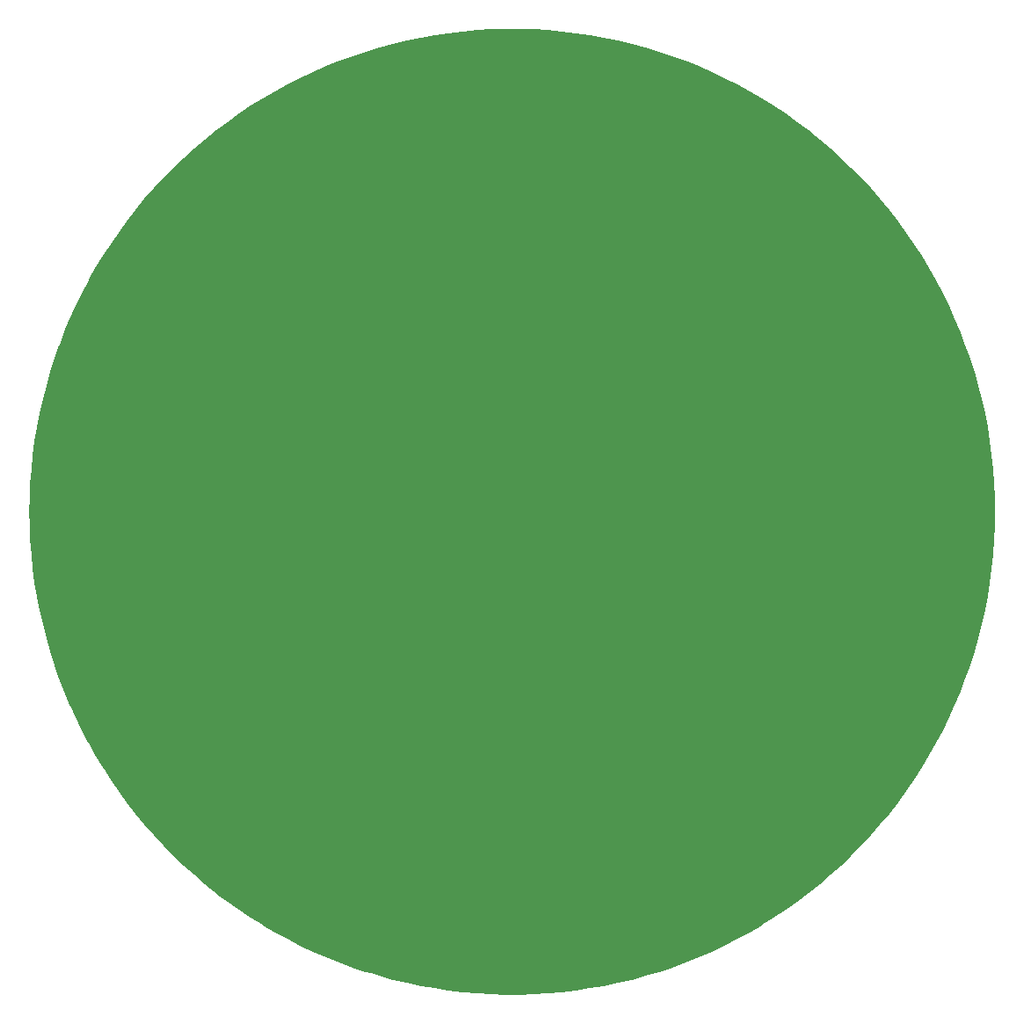
<source format=gbl>
%TF.GenerationSoftware,KiCad,Pcbnew,8.0.7-8.0.7-0~ubuntu22.04.1*%
%TF.CreationDate,2025-04-11T11:52:52+01:00*%
%TF.ProjectId,ratrace_coupler,72617472-6163-4655-9f63-6f75706c6572,rev?*%
%TF.SameCoordinates,Original*%
%TF.FileFunction,Copper,L2,Bot*%
%TF.FilePolarity,Positive*%
%FSLAX46Y46*%
G04 Gerber Fmt 4.6, Leading zero omitted, Abs format (unit mm)*
G04 Created by KiCad (PCBNEW 8.0.7-8.0.7-0~ubuntu22.04.1) date 2025-04-11 11:52:52*
%MOMM*%
%LPD*%
G01*
G04 APERTURE LIST*
G04 Aperture macros list*
%AMRotRect*
0 Rectangle, with rotation*
0 The origin of the aperture is its center*
0 $1 length*
0 $2 width*
0 $3 Rotation angle, in degrees counterclockwise*
0 Add horizontal line*
21,1,$1,$2,0,0,$3*%
G04 Aperture macros list end*
%TA.AperFunction,SMDPad,CuDef*%
%ADD10RotRect,5.080000X2.420000X300.000000*%
%TD*%
%TA.AperFunction,SMDPad,CuDef*%
%ADD11RotRect,0.950000X0.460000X300.000000*%
%TD*%
%TA.AperFunction,ComponentPad*%
%ADD12C,0.970000*%
%TD*%
%TA.AperFunction,SMDPad,CuDef*%
%ADD13RotRect,5.080000X2.420000X240.000000*%
%TD*%
%TA.AperFunction,SMDPad,CuDef*%
%ADD14RotRect,0.950000X0.460000X240.000000*%
%TD*%
%TA.AperFunction,SMDPad,CuDef*%
%ADD15R,5.080000X2.420000*%
%TD*%
%TA.AperFunction,SMDPad,CuDef*%
%ADD16R,0.950000X0.460000*%
%TD*%
G04 APERTURE END LIST*
D10*
X105128191Y-64034723D03*
X97541809Y-68414723D03*
D11*
X106623191Y-66624139D03*
X99036809Y-71004139D03*
D12*
X106848191Y-67013851D03*
X99261809Y-71393851D03*
D13*
X148458192Y-68814723D03*
X140871811Y-64434724D03*
D14*
X146963191Y-71404139D03*
X139376810Y-67024141D03*
D12*
X146738191Y-71793850D03*
X139151810Y-67413851D03*
D15*
X166330000Y-108280000D03*
X166330000Y-99520000D03*
D16*
X163340000Y-108280000D03*
X163340000Y-99520000D03*
D12*
X162890000Y-108280000D03*
X162890000Y-99520000D03*
D15*
X79780000Y-99420000D03*
X79780000Y-108180000D03*
D16*
X82770000Y-99420000D03*
X82770000Y-108180000D03*
D12*
X83220000Y-99420000D03*
X83220000Y-108180000D03*
%TA.AperFunction,Conductor*%
G36*
X123684597Y-57492693D02*
G01*
X125046010Y-57532677D01*
X125049615Y-57532837D01*
X126409212Y-57612766D01*
X126412827Y-57613032D01*
X127769524Y-57732842D01*
X127773070Y-57733208D01*
X129125703Y-57892798D01*
X129129300Y-57893277D01*
X130476594Y-58092498D01*
X130480145Y-58093076D01*
X131372050Y-58251844D01*
X131821065Y-58331773D01*
X131824639Y-58332464D01*
X132211802Y-58413175D01*
X133157921Y-58610411D01*
X133161420Y-58611194D01*
X134486030Y-58928175D01*
X134489493Y-58929057D01*
X135804250Y-59284796D01*
X135807632Y-59285764D01*
X137111396Y-59679951D01*
X137114844Y-59681050D01*
X138406363Y-60113303D01*
X138409799Y-60114509D01*
X139688115Y-60584507D01*
X139691429Y-60585781D01*
X140955459Y-61093126D01*
X140958739Y-61094499D01*
X142207289Y-61638718D01*
X142210528Y-61640186D01*
X143442606Y-62220841D01*
X143445846Y-62222427D01*
X144660270Y-62838963D01*
X144663439Y-62840631D01*
X145859263Y-63492565D01*
X145862427Y-63494351D01*
X147038551Y-64181082D01*
X147041667Y-64182963D01*
X148197155Y-64903944D01*
X148200215Y-64905917D01*
X149333990Y-65660476D01*
X149336991Y-65662537D01*
X150448153Y-66450072D01*
X150451092Y-66452220D01*
X151538694Y-67272065D01*
X151541510Y-67274253D01*
X152253596Y-67844570D01*
X152604581Y-68125678D01*
X152607389Y-68127996D01*
X153644950Y-69010213D01*
X153647688Y-69012611D01*
X154658920Y-69924923D01*
X154661587Y-69927401D01*
X155645615Y-70869017D01*
X155648208Y-70871573D01*
X156604134Y-71841636D01*
X156606651Y-71844266D01*
X157533705Y-72841993D01*
X157536144Y-72844696D01*
X158433528Y-73869230D01*
X158435886Y-73872004D01*
X159302768Y-74922394D01*
X159305044Y-74925235D01*
X160140736Y-76000645D01*
X160142928Y-76003552D01*
X160946712Y-77103063D01*
X160948817Y-77106034D01*
X161719939Y-78228611D01*
X161721956Y-78231641D01*
X162459821Y-79376419D01*
X162461748Y-79379508D01*
X163165665Y-80545416D01*
X163167501Y-80548560D01*
X163836906Y-81734663D01*
X163838648Y-81737859D01*
X164472939Y-82943088D01*
X164474587Y-82946335D01*
X165073213Y-84169648D01*
X165074765Y-84172941D01*
X165637224Y-85413304D01*
X165638679Y-85416641D01*
X166164495Y-86673013D01*
X166165851Y-86676392D01*
X166654540Y-87947611D01*
X166655797Y-87951028D01*
X167106978Y-89236103D01*
X167108133Y-89239555D01*
X167521377Y-90537271D01*
X167522431Y-90540756D01*
X167897418Y-91850099D01*
X167898368Y-91853613D01*
X168234733Y-93173318D01*
X168235581Y-93176859D01*
X168533075Y-94505936D01*
X168533818Y-94509500D01*
X168792162Y-95846718D01*
X168792800Y-95850302D01*
X169011780Y-97194545D01*
X169012312Y-97198146D01*
X169191730Y-98548191D01*
X169192157Y-98551807D01*
X169331870Y-99906587D01*
X169332190Y-99910213D01*
X169432067Y-101268473D01*
X169432281Y-101272108D01*
X169492243Y-102632738D01*
X169492350Y-102636377D01*
X169512344Y-103998180D01*
X169512344Y-104001820D01*
X169492350Y-105363622D01*
X169492243Y-105367261D01*
X169432281Y-106727891D01*
X169432067Y-106731526D01*
X169332190Y-108089786D01*
X169331870Y-108093412D01*
X169192157Y-109448192D01*
X169191730Y-109451808D01*
X169012312Y-110801853D01*
X169011780Y-110805454D01*
X168792800Y-112149697D01*
X168792162Y-112153281D01*
X168533818Y-113490499D01*
X168533075Y-113494063D01*
X168235581Y-114823140D01*
X168234733Y-114826681D01*
X167898368Y-116146386D01*
X167897418Y-116149900D01*
X167522431Y-117459243D01*
X167521377Y-117462728D01*
X167108133Y-118760444D01*
X167106978Y-118763896D01*
X166655797Y-120048971D01*
X166654540Y-120052388D01*
X166165851Y-121323607D01*
X166164495Y-121326986D01*
X165638679Y-122583358D01*
X165637224Y-122586695D01*
X165074765Y-123827058D01*
X165073213Y-123830351D01*
X164474587Y-125053664D01*
X164472939Y-125056911D01*
X163838648Y-126262140D01*
X163836906Y-126265336D01*
X163167501Y-127451439D01*
X163165665Y-127454583D01*
X162461748Y-128620491D01*
X162459821Y-128623580D01*
X161721956Y-129768358D01*
X161719939Y-129771388D01*
X160948817Y-130893965D01*
X160946712Y-130896936D01*
X160142928Y-131996447D01*
X160140736Y-131999354D01*
X159305044Y-133074764D01*
X159302768Y-133077605D01*
X158435886Y-134127995D01*
X158433528Y-134130769D01*
X157536144Y-135155303D01*
X157533705Y-135158006D01*
X156606651Y-136155733D01*
X156604134Y-136158363D01*
X155648208Y-137128426D01*
X155645615Y-137130982D01*
X154661587Y-138072598D01*
X154658920Y-138075076D01*
X153647688Y-138987388D01*
X153644950Y-138989786D01*
X152607389Y-139872003D01*
X152604581Y-139874321D01*
X151541539Y-140725723D01*
X151538664Y-140727957D01*
X150451092Y-141547779D01*
X150448153Y-141549927D01*
X149336991Y-142337462D01*
X149333990Y-142339523D01*
X148200215Y-143094082D01*
X148197155Y-143096055D01*
X147041667Y-143817036D01*
X147038551Y-143818917D01*
X145862434Y-144505644D01*
X145859263Y-144507434D01*
X144663464Y-145159355D01*
X144660243Y-145161050D01*
X143445849Y-145777570D01*
X143442579Y-145779171D01*
X142210579Y-146359790D01*
X142207263Y-146361293D01*
X140958778Y-146905483D01*
X140955419Y-146906889D01*
X139691471Y-147414202D01*
X139688073Y-147415508D01*
X138409798Y-147885490D01*
X138406363Y-147886696D01*
X137114844Y-148318949D01*
X137111376Y-148320054D01*
X135807700Y-148714215D01*
X135804200Y-148715217D01*
X134489525Y-149070933D01*
X134485997Y-149071832D01*
X133161447Y-149388799D01*
X133157894Y-149389594D01*
X131824639Y-149667535D01*
X131821065Y-149668226D01*
X130480167Y-149906919D01*
X130476573Y-149907504D01*
X129129306Y-150106721D01*
X129125697Y-150107201D01*
X127773107Y-150266787D01*
X127769486Y-150267160D01*
X126412835Y-150386966D01*
X126409204Y-150387233D01*
X125049631Y-150467161D01*
X125045994Y-150467322D01*
X123684598Y-150507306D01*
X123680958Y-150507359D01*
X122319042Y-150507359D01*
X122315402Y-150507306D01*
X120954005Y-150467322D01*
X120950368Y-150467161D01*
X119590795Y-150387233D01*
X119587164Y-150386966D01*
X118230513Y-150267160D01*
X118226892Y-150266787D01*
X116874302Y-150107201D01*
X116870693Y-150106721D01*
X115523426Y-149907504D01*
X115519832Y-149906919D01*
X114178934Y-149668226D01*
X114175360Y-149667535D01*
X112842105Y-149389594D01*
X112838552Y-149388799D01*
X111514002Y-149071832D01*
X111510474Y-149070933D01*
X110195799Y-148715217D01*
X110192322Y-148714221D01*
X109376746Y-148467636D01*
X108888623Y-148320054D01*
X108885155Y-148318949D01*
X107593636Y-147886696D01*
X107590201Y-147885490D01*
X106311926Y-147415508D01*
X106308528Y-147414202D01*
X105044580Y-146906889D01*
X105041221Y-146905483D01*
X103792736Y-146361293D01*
X103789440Y-146359799D01*
X102557420Y-145779171D01*
X102554150Y-145777570D01*
X101339756Y-145161050D01*
X101336535Y-145159355D01*
X100140736Y-144507434D01*
X100137565Y-144505644D01*
X98961448Y-143818917D01*
X98958332Y-143817036D01*
X97802844Y-143096055D01*
X97799784Y-143094082D01*
X96666009Y-142339523D01*
X96663008Y-142337462D01*
X95551846Y-141549927D01*
X95548907Y-141547779D01*
X94860704Y-141029005D01*
X94461315Y-140727941D01*
X94458480Y-140725738D01*
X93921970Y-140296042D01*
X93395418Y-139874321D01*
X93392610Y-139872003D01*
X92355049Y-138989786D01*
X92352311Y-138987388D01*
X91341079Y-138075076D01*
X91338412Y-138072598D01*
X90354384Y-137130982D01*
X90351791Y-137128426D01*
X89395865Y-136158363D01*
X89393348Y-136155733D01*
X88466294Y-135158006D01*
X88463855Y-135155303D01*
X87566471Y-134130769D01*
X87564113Y-134127995D01*
X86697231Y-133077605D01*
X86694955Y-133074764D01*
X85859263Y-131999354D01*
X85857071Y-131996447D01*
X85053287Y-130896936D01*
X85051182Y-130893965D01*
X84280060Y-129771388D01*
X84278043Y-129768358D01*
X83615608Y-128740607D01*
X83540156Y-128623545D01*
X83538273Y-128620526D01*
X82834326Y-127454569D01*
X82832498Y-127451439D01*
X82163093Y-126265336D01*
X82161351Y-126262140D01*
X82057163Y-126064170D01*
X81527045Y-125056882D01*
X81525427Y-125053694D01*
X80926784Y-123830347D01*
X80925234Y-123827058D01*
X80395060Y-122657891D01*
X80362756Y-122586652D01*
X80361338Y-122583400D01*
X79835504Y-121326986D01*
X79834148Y-121323607D01*
X79345459Y-120052388D01*
X79344202Y-120048971D01*
X78893021Y-118763896D01*
X78891866Y-118760444D01*
X78478622Y-117462728D01*
X78477568Y-117459243D01*
X78102568Y-116149853D01*
X78101644Y-116146435D01*
X77765255Y-114826635D01*
X77764429Y-114823186D01*
X77466913Y-113494013D01*
X77466191Y-113490548D01*
X77207834Y-112153265D01*
X77207199Y-112149697D01*
X76988219Y-110805454D01*
X76987687Y-110801853D01*
X76808269Y-109451808D01*
X76807842Y-109448192D01*
X76668123Y-108093349D01*
X76667814Y-108089850D01*
X76567930Y-106731507D01*
X76567718Y-106727891D01*
X76507755Y-105367240D01*
X76507649Y-105363622D01*
X76487655Y-104001770D01*
X76487655Y-103998229D01*
X76507649Y-102636354D01*
X76507756Y-102632738D01*
X76507850Y-102630619D01*
X76567719Y-101272086D01*
X76567932Y-101268473D01*
X76667815Y-99910143D01*
X76668122Y-99906656D01*
X76807846Y-98551768D01*
X76808264Y-98548232D01*
X76987688Y-97198137D01*
X76988219Y-97194545D01*
X77207199Y-95850302D01*
X77207837Y-95846718D01*
X77466194Y-94509437D01*
X77466910Y-94505999D01*
X77764432Y-93176798D01*
X77765251Y-93173380D01*
X78101648Y-91853546D01*
X78102563Y-91850163D01*
X78477580Y-90540713D01*
X78478609Y-90537313D01*
X78891879Y-89239515D01*
X78893007Y-89236143D01*
X79344206Y-87951016D01*
X79345459Y-87947611D01*
X79367275Y-87890863D01*
X79834152Y-86676381D01*
X79835504Y-86673013D01*
X79862185Y-86609263D01*
X80361349Y-85416574D01*
X80362745Y-85413372D01*
X80925247Y-84172911D01*
X80926771Y-84169678D01*
X81525441Y-82946277D01*
X81527031Y-82943144D01*
X82161363Y-81737836D01*
X82163093Y-81734663D01*
X82217771Y-81637781D01*
X82832523Y-80548516D01*
X82834308Y-80545459D01*
X83538291Y-79379442D01*
X83540137Y-79376484D01*
X84278072Y-78231596D01*
X84280030Y-78228655D01*
X85051202Y-77106004D01*
X85053266Y-77103092D01*
X85857106Y-76003505D01*
X85859226Y-76000693D01*
X86694969Y-74925217D01*
X86697231Y-74922394D01*
X87564132Y-73871981D01*
X87566451Y-73869252D01*
X88463885Y-72844661D01*
X88466262Y-72842028D01*
X89393382Y-71844230D01*
X89395830Y-71841671D01*
X90351829Y-70871535D01*
X90354346Y-70869053D01*
X91338425Y-69927388D01*
X91341079Y-69924923D01*
X91611376Y-69681067D01*
X92352354Y-69012573D01*
X92355005Y-69010251D01*
X93392631Y-68127977D01*
X93395396Y-68125695D01*
X94458522Y-67274227D01*
X94461272Y-67272090D01*
X95548939Y-66452196D01*
X95551813Y-66450095D01*
X96663026Y-65662524D01*
X96665989Y-65660489D01*
X97799812Y-64905898D01*
X97802815Y-64903962D01*
X98958364Y-64182943D01*
X98961416Y-64181100D01*
X100137602Y-63494334D01*
X100140698Y-63492585D01*
X101336588Y-62840615D01*
X101339701Y-62838977D01*
X102554180Y-62222414D01*
X102557366Y-62220854D01*
X103789496Y-61640174D01*
X103792684Y-61638729D01*
X105041284Y-61094489D01*
X105044516Y-61093136D01*
X106308593Y-60585772D01*
X106311861Y-60584515D01*
X107590221Y-60114501D01*
X107593615Y-60113310D01*
X108885176Y-59681043D01*
X108888583Y-59679957D01*
X110192385Y-59285759D01*
X110195731Y-59284801D01*
X111510523Y-58929053D01*
X111513952Y-58928179D01*
X112838593Y-58611190D01*
X112842063Y-58610414D01*
X114175362Y-58332463D01*
X114178934Y-58331773D01*
X115519864Y-58093074D01*
X115523394Y-58092500D01*
X116870708Y-57893275D01*
X116874287Y-57892799D01*
X118226936Y-57733207D01*
X118230468Y-57732843D01*
X119587177Y-57613032D01*
X119590782Y-57612766D01*
X120950387Y-57532837D01*
X120953986Y-57532677D01*
X122315402Y-57492693D01*
X122319042Y-57492641D01*
X123680958Y-57492641D01*
X123684597Y-57492693D01*
G37*
%TD.AperFunction*%
M02*

</source>
